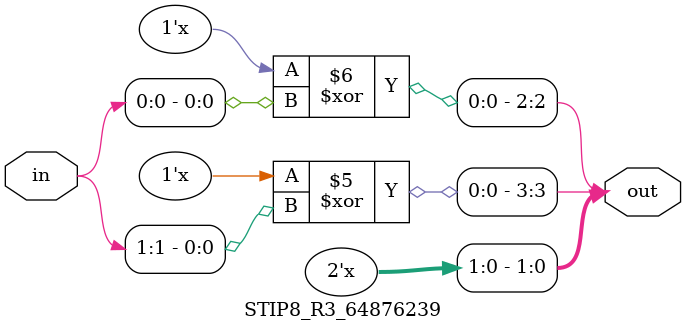
<source format=v>
module  STIP8_R3_64876239(in,out);
input[3:0] in;
output[3:0] out;
wire[3:0] out;
assign out[7]=in[6]^in[5];
assign out[6]=in[6]^in[4];
assign out[5]=in[6]^in[3];
assign out[4]=in[6]^in[2];
assign out[3]=in[6]^in[1];
assign out[2]=in[6]^in[0];
assign out[1]=in[6];
assign out[0]=in[7]^in[6];
endmodule

</source>
